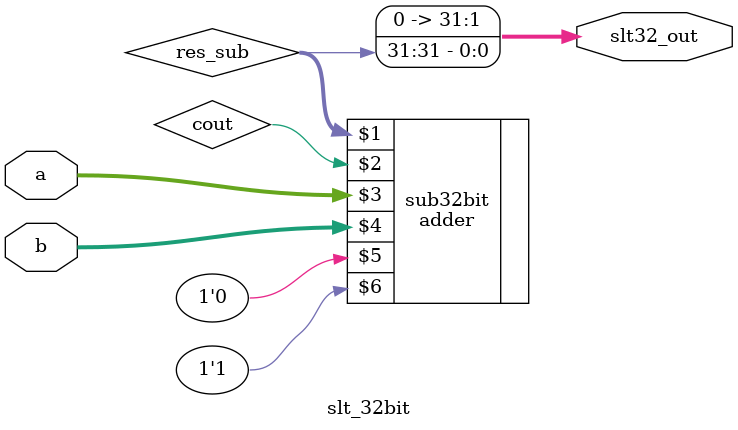
<source format=v>
module slt_32bit(output [31:0]slt32_out, input [31:0]a, b);// Set Less Than design for 32 bit output. LB is 1 or 0 to tell comparison result
			wire [31:0] res_sub;
			wire cout;
			adder sub32bit	(res_sub, cout, a, b, 1'b0,1'b1);
			
			and fill_res1  (slt32_out[0], res_sub[31],res_sub[31]);
			and fill_res2  (slt32_out[1], 1'b0, 1'b0);
			and fill_res3  (slt32_out[2], 1'b0, 1'b0);
			and fill_res4  (slt32_out[3], 1'b0, 1'b0);
			and fill_res5  (slt32_out[4], 1'b0, 1'b0);
			and fill_res6  (slt32_out[5], 1'b0, 1'b0);
			and fill_res7  (slt32_out[6], 1'b0, 1'b0);
			and fill_res8  (slt32_out[7], 1'b0, 1'b0);
			and fill_res9  (slt32_out[8], 1'b0, 1'b0);
			and fill_res10 (slt32_out[9], 1'b0, 1'b0);
			and fill_res11 (slt32_out[10], 1'b0, 1'b0);
			and fill_res12 (slt32_out[11], 1'b0, 1'b0);
			and fill_res13 (slt32_out[12], 1'b0, 1'b0);
			and fill_res14 (slt32_out[13], 1'b0, 1'b0);
			and fill_res15 (slt32_out[14], 1'b0, 1'b0);
			and fill_res16 (slt32_out[15], 1'b0, 1'b0);
			and fill_res17 (slt32_out[16], 1'b0, 1'b0);
			and fill_res18 (slt32_out[17], 1'b0, 1'b0);
			and fill_res19 (slt32_out[18], 1'b0, 1'b0);
			and fill_res20 (slt32_out[19], 1'b0, 1'b0);
			and fill_res21 (slt32_out[20], 1'b0, 1'b0);
			and fill_res22 (slt32_out[21], 1'b0, 1'b0);
			and fill_res23 (slt32_out[22], 1'b0, 1'b0);
			and fill_res24 (slt32_out[23], 1'b0, 1'b0);
			and fill_res25 (slt32_out[24], 1'b0, 1'b0);
			and fill_res26 (slt32_out[25], 1'b0, 1'b0);
			and fill_res27 (slt32_out[26], 1'b0, 1'b0);
			and fill_res28 (slt32_out[27], 1'b0, 1'b0);
			and fill_res29 (slt32_out[28], 1'b0, 1'b0);
			and fill_res30 (slt32_out[29], 1'b0, 1'b0);
			and fill_res31 (slt32_out[30], 1'b0, 1'b0);
			and fill_res32 (slt32_out[31], 1'b0, 1'b0);

endmodule

</source>
